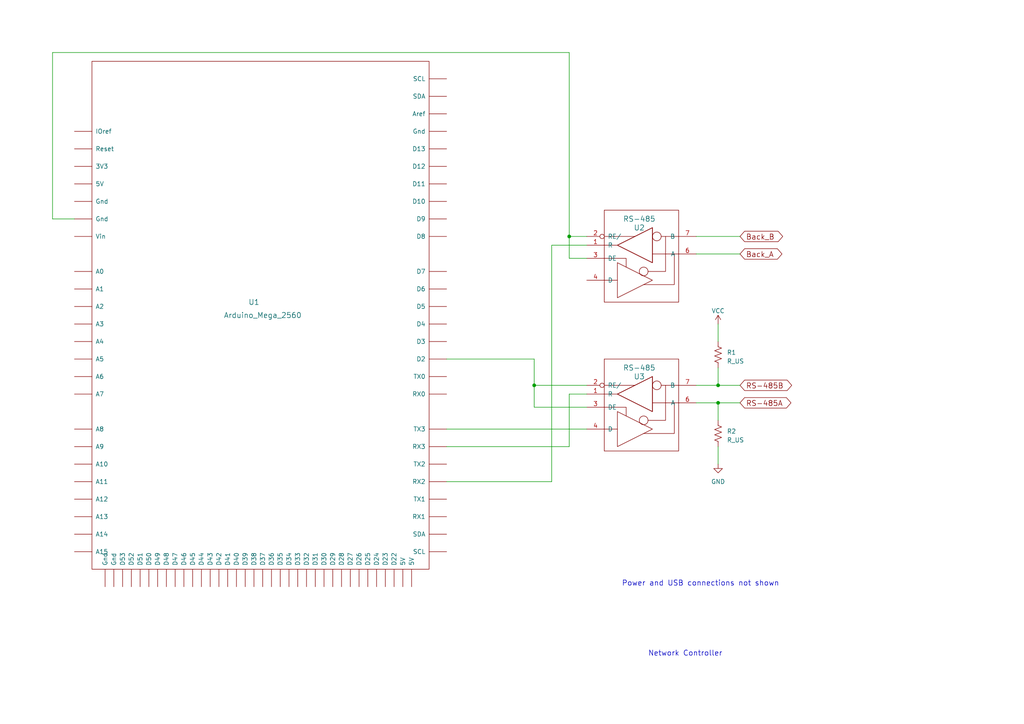
<source format=kicad_sch>
(kicad_sch (version 20230121) (generator eeschema)
  (paper "A4")
  (title_block (company "Modest Consulting") (comment 1 "by Brent Seidel"))
  (lib_symbols
    (symbol "Device:R_US" (pin_numbers hide) (pin_names (offset 0))
      (property "Reference" "R" (at 2.54 0 90))
      (property "Value" "R_US" (at -2.54 0 90))
      (symbol "R_US_0_1"
        (polyline (pts (xy 0 -2.286) (xy 0 -2.54)))
        (polyline (pts (xy 0 2.286) (xy 0 2.54)))
        (polyline (pts (xy 0 -0.762) (xy 1.016 -1.143) (xy 0 -1.524) (xy -1.016 -1.905) (xy 0 -2.286)))
        (polyline (pts (xy 0 0.762) (xy 1.016 0.381) (xy 0 0) (xy -1.016 -0.381) (xy 0 -0.762)))
        (polyline (pts (xy 0 2.286) (xy 1.016 1.905) (xy 0 1.524) (xy -1.016 1.143) (xy 0 0.762)))
      )
      (symbol "R_US_1_1"
        (pin passive line (at 0 3.81 270) (length 1.27) (name "~") (number "1"))
        (pin passive line (at 0 -3.81 90) (length 1.27) (name "~") (number "2"))
      )
    )
    (symbol "PartsLibrary:Arduino_Mega_2560" (pin_names (offset 1.016))
      (property "Reference" "U" (at 0 29.21 0))
      (property "Value" "Arduino_Mega_2560" (at 2.54 25.4 0))
      (symbol "Arduino_Mega_2560_0_1"
        (rectangle (start 50.8 99.06) (end -46.99 -48.26))
      )
      (symbol "Arduino_Mega_2560_1_1"
        (pin input line (at -52.07 68.58 0) (length 5.08) (name "3V3") (number "~"))
        (pin input line (at -52.07 63.5 0) (length 5.08) (name "5V") (number "~"))
        (pin input line (at 43.18 -53.34 90) (length 5.08) (name "5V") (number "~"))
        (pin input line (at 45.72 -53.34 90) (length 5.08) (name "5V") (number "~"))
        (pin input line (at -52.07 38.1 0) (length 5.08) (name "A0") (number "~"))
        (pin input line (at -52.07 33.02 0) (length 5.08) (name "A1") (number "~"))
        (pin input line (at -52.07 -17.78 0) (length 5.08) (name "A10") (number "~"))
        (pin input line (at -52.07 -22.86 0) (length 5.08) (name "A11") (number "~"))
        (pin input line (at -52.07 -27.94 0) (length 5.08) (name "A12") (number "~"))
        (pin input line (at -52.07 -33.02 0) (length 5.08) (name "A13") (number "~"))
        (pin input line (at -52.07 -38.1 0) (length 5.08) (name "A14") (number "~"))
        (pin input line (at -52.07 -43.18 0) (length 5.08) (name "A15") (number "~"))
        (pin input line (at -52.07 27.94 0) (length 5.08) (name "A2") (number "~"))
        (pin input line (at -52.07 22.86 0) (length 5.08) (name "A3") (number "~"))
        (pin input line (at -52.07 17.78 0) (length 5.08) (name "A4") (number "~"))
        (pin input line (at -52.07 12.7 0) (length 5.08) (name "A5") (number "~"))
        (pin input line (at -52.07 7.62 0) (length 5.08) (name "A6") (number "~"))
        (pin input line (at -52.07 2.54 0) (length 5.08) (name "A7") (number "~"))
        (pin input line (at -52.07 -7.62 0) (length 5.08) (name "A8") (number "~"))
        (pin input line (at -52.07 -12.7 0) (length 5.08) (name "A9") (number "~"))
        (pin input line (at 55.88 83.82 180) (length 5.08) (name "Aref") (number "~"))
        (pin input line (at 55.88 58.42 180) (length 5.08) (name "D10") (number "~"))
        (pin input line (at 55.88 63.5 180) (length 5.08) (name "D11") (number "~"))
        (pin input line (at 55.88 68.58 180) (length 5.08) (name "D12") (number "~"))
        (pin input line (at 55.88 73.66 180) (length 5.08) (name "D13") (number "~"))
        (pin input line (at 55.88 12.7 180) (length 5.08) (name "D2") (number "~"))
        (pin input line (at 40.64 -53.34 90) (length 5.08) (name "D22") (number "~"))
        (pin input line (at 38.1 -53.34 90) (length 5.08) (name "D23") (number "~"))
        (pin input line (at 35.56 -53.34 90) (length 5.08) (name "D24") (number "~"))
        (pin input line (at 33.02 -53.34 90) (length 5.08) (name "D25") (number "~"))
        (pin input line (at 30.48 -53.34 90) (length 5.08) (name "D26") (number "~"))
        (pin input line (at 27.94 -53.34 90) (length 5.08) (name "D27") (number "~"))
        (pin input line (at 25.4 -53.34 90) (length 5.08) (name "D28") (number "~"))
        (pin input line (at 22.86 -53.34 90) (length 5.08) (name "D29") (number "~"))
        (pin input line (at 55.88 17.78 180) (length 5.08) (name "D3") (number "~"))
        (pin input line (at 20.32 -53.34 90) (length 5.08) (name "D30") (number "~"))
        (pin input line (at 17.78 -53.34 90) (length 5.08) (name "D31") (number "~"))
        (pin input line (at 15.24 -53.34 90) (length 5.08) (name "D32") (number "~"))
        (pin input line (at 12.7 -53.34 90) (length 5.08) (name "D33") (number "~"))
        (pin input line (at 10.16 -53.34 90) (length 5.08) (name "D34") (number "~"))
        (pin input line (at 7.62 -53.34 90) (length 5.08) (name "D35") (number "~"))
        (pin input line (at 5.08 -53.34 90) (length 5.08) (name "D36") (number "~"))
        (pin input line (at 2.54 -53.34 90) (length 5.08) (name "D37") (number "~"))
        (pin input line (at 0 -53.34 90) (length 5.08) (name "D38") (number "~"))
        (pin input line (at -2.54 -53.34 90) (length 5.08) (name "D39") (number "~"))
        (pin input line (at 55.88 22.86 180) (length 5.08) (name "D4") (number "~"))
        (pin input line (at -5.08 -53.34 90) (length 5.08) (name "D40") (number "~"))
        (pin input line (at -7.62 -53.34 90) (length 5.08) (name "D41") (number "~"))
        (pin input line (at -10.16 -53.34 90) (length 5.08) (name "D42") (number "~"))
        (pin input line (at -12.7 -53.34 90) (length 5.08) (name "D43") (number "~"))
        (pin input line (at -15.24 -53.34 90) (length 5.08) (name "D44") (number "~"))
        (pin input line (at -17.78 -53.34 90) (length 5.08) (name "D45") (number "~"))
        (pin input line (at -20.32 -53.34 90) (length 5.08) (name "D46") (number "~"))
        (pin input line (at -22.86 -53.34 90) (length 5.08) (name "D47") (number "~"))
        (pin input line (at -25.4 -53.34 90) (length 5.08) (name "D48") (number "~"))
        (pin input line (at -27.94 -53.34 90) (length 5.08) (name "D49") (number "~"))
        (pin input line (at 55.88 27.94 180) (length 5.08) (name "D5") (number "~"))
        (pin input line (at -30.48 -53.34 90) (length 5.08) (name "D50") (number "~"))
        (pin input line (at -33.02 -53.34 90) (length 5.08) (name "D51") (number "~"))
        (pin input line (at -35.56 -53.34 90) (length 5.08) (name "D52") (number "~"))
        (pin input line (at -38.1 -53.34 90) (length 5.08) (name "D53") (number "~"))
        (pin input line (at 55.88 33.02 180) (length 5.08) (name "D6") (number "~"))
        (pin input line (at 55.88 38.1 180) (length 5.08) (name "D7") (number "~"))
        (pin input line (at 55.88 48.26 180) (length 5.08) (name "D8") (number "~"))
        (pin input line (at 55.88 53.34 180) (length 5.08) (name "D9") (number "~"))
        (pin input line (at -52.07 53.34 0) (length 5.08) (name "Gnd") (number "~"))
        (pin input line (at -52.07 58.42 0) (length 5.08) (name "Gnd") (number "~"))
        (pin input line (at -43.18 -53.34 90) (length 5.08) (name "Gnd") (number "~"))
        (pin input line (at -40.64 -53.34 90) (length 5.08) (name "Gnd") (number "~"))
        (pin input line (at 55.88 78.74 180) (length 5.08) (name "Gnd") (number "~"))
        (pin input line (at -52.07 78.74 0) (length 5.08) (name "IOref") (number "~"))
        (pin input line (at 55.88 2.54 180) (length 5.08) (name "RX0") (number "~"))
        (pin input line (at 55.88 -33.02 180) (length 5.08) (name "RX1") (number "~"))
        (pin input line (at 55.88 -22.86 180) (length 5.08) (name "RX2") (number "~"))
        (pin input line (at 55.88 -12.7 180) (length 5.08) (name "RX3") (number "~"))
        (pin input line (at -52.07 73.66 0) (length 5.08) (name "Reset") (number "~"))
        (pin input line (at 55.88 -43.18 180) (length 5.08) (name "SCL") (number "~"))
        (pin input line (at 55.88 93.98 180) (length 5.08) (name "SCL") (number "~"))
        (pin input line (at 55.88 -38.1 180) (length 5.08) (name "SDA") (number "~"))
        (pin input line (at 55.88 88.9 180) (length 5.08) (name "SDA") (number "~"))
        (pin input line (at 55.88 7.62 180) (length 5.08) (name "TX0") (number "~"))
        (pin input line (at 55.88 -27.94 180) (length 5.08) (name "TX1") (number "~"))
        (pin input line (at 55.88 -17.78 180) (length 5.08) (name "TX2") (number "~"))
        (pin input line (at 55.88 -7.62 180) (length 5.08) (name "TX3") (number "~"))
        (pin input line (at -52.07 48.26 0) (length 5.08) (name "Vin") (number "~"))
      )
    )
    (symbol "PartsLibrary:RS-485" (pin_names (offset 1.016))
      (property "Reference" "U" (at 0 -2.54 0))
      (property "Value" "RS-485" (at 0 0 0))
      (symbol "RS-485_0_1"
        (rectangle (start -10.16 2.54) (end 11.43 -24.13))
        (polyline (pts (xy -10.16 -17.78) (xy -6.35 -17.78)))
        (polyline (pts (xy -10.16 -7.62) (xy -6.35 -7.62)))
        (polyline (pts (xy -10.16 -5.08) (xy -1.27 -5.08)))
        (polyline (pts (xy 11.43 -10.16) (xy 3.81 -10.16)))
        (polyline (pts (xy 11.43 -5.08) (xy 6.35 -5.08)))
        (polyline (pts (xy -10.16 -11.43) (xy -3.81 -11.43) (xy -3.81 -13.97)))
        (polyline (pts (xy 1.27 -19.05) (xy 10.16 -19.05) (xy 10.16 -10.16)))
        (polyline (pts (xy 2.54 -15.24) (xy 7.62 -15.24) (xy 7.62 -5.08)))
        (polyline (pts (xy -6.35 -12.7) (xy 3.81 -17.78) (xy -6.35 -22.86) (xy -6.35 -12.7)))
        (polyline (pts (xy 3.81 -2.54) (xy 3.81 -12.7) (xy -6.35 -7.62) (xy 3.81 -2.54)))
        (polyline (pts (xy 3.81 -2.54) (xy 3.81 -12.7) (xy -6.35 -7.62) (xy 3.81 -2.54)))
        (circle (center 1.27 -15.24) (radius 1.27))
        (circle (center 5.08 -5.08) (radius 1.27))
      )
      (symbol "RS-485_1_1"
        (pin input line (at -15.24 -7.62 0) (length 5.08) (name "R") (number "1"))
        (pin input inverted (at -15.24 -5.08 0) (length 5.08) (name "RE/") (number "2"))
        (pin input line (at -15.24 -11.43 0) (length 5.08) (name "DE") (number "3"))
        (pin input line (at -15.24 -17.78 0) (length 5.08) (name "D") (number "4"))
        (pin input line (at 16.51 -10.16 180) (length 5.08) (name "A") (number "6"))
        (pin bidirectional line (at 16.51 -5.08 180) (length 5.08) (name "B") (number "7"))
      )
    )
    (symbol "power:GND" (power) (pin_names (offset 0))
      (property "Value" "GND" (at 0 -3.81 0))
      (symbol "GND_0_1"
        (polyline (pts (xy 0 0) (xy 0 -1.27) (xy 1.27 -1.27) (xy 0 -2.54) (xy -1.27 -1.27) (xy 0 -1.27)))
      )
      (symbol "GND_1_1"
        (pin power_in line (at 0 0 270) (length 0) hide (name "GND") (number "1"))
      )
    )
    (symbol "power:VCC" (power) (pin_names (offset 0))
      (property "Value" "VCC" (at 0 3.81 0))
      (symbol "VCC_0_1"
        (polyline (pts (xy -0.762 1.27) (xy 0 2.54)))
        (polyline (pts (xy 0 0) (xy 0 2.54)))
        (polyline (pts (xy 0 2.54) (xy 0.762 1.27)))
      )
      (symbol "VCC_1_1"
        (pin power_in line (at 0 0 90) (length 0) hide (name "VCC") (number "1"))
      )
    )
  )
  (junction (at 208.28 116.84))
  (junction (at 208.28 111.76))
  (junction (at 154.94 111.76))
  (junction (at 165.1 68.58))
  (wire (pts (xy 165.1 74.93) (xy 170.18 74.93)))
  (wire (pts (xy 170.18 71.12) (xy 160.02 71.12)))
  (wire (pts (xy 170.18 111.76) (xy 154.94 111.76)))
  (wire (pts (xy 154.94 104.14) (xy 154.94 111.76)))
  (wire (pts (xy 165.1 68.58) (xy 165.1 74.93)))
  (wire (pts (xy 208.28 129.54) (xy 208.28 134.62)))
  (wire (pts (xy 208.28 106.68) (xy 208.28 111.76)))
  (wire (pts (xy 154.94 104.14) (xy 129.54 104.14)))
  (wire (pts (xy 208.28 121.92) (xy 208.28 116.84)))
  (wire (pts (xy 15.24 15.24) (xy 165.1 15.24)))
  (wire (pts (xy 160.02 71.12) (xy 160.02 139.7)))
  (wire (pts (xy 15.24 63.5) (xy 15.24 15.24)))
  (wire (pts (xy 165.1 114.3) (xy 165.1 129.54)))
  (wire (pts (xy 201.93 116.84) (xy 208.28 116.84)))
  (wire (pts (xy 201.93 111.76) (xy 208.28 111.76)))
  (wire (pts (xy 201.93 73.66) (xy 214.63 73.66)))
  (wire (pts (xy 160.02 139.7) (xy 129.54 139.7)))
  (wire (pts (xy 170.18 114.3) (xy 165.1 114.3)))
  (wire (pts (xy 208.28 116.84) (xy 214.63 116.84)))
  (wire (pts (xy 154.94 111.76) (xy 154.94 118.11)))
  (wire (pts (xy 129.54 124.46) (xy 170.18 124.46)))
  (wire (pts (xy 165.1 68.58) (xy 170.18 68.58)))
  (wire (pts (xy 154.94 118.11) (xy 170.18 118.11)))
  (wire (pts (xy 165.1 129.54) (xy 129.54 129.54)))
  (wire (pts (xy 165.1 15.24) (xy 165.1 68.58)))
  (wire (pts (xy 21.59 63.5) (xy 15.24 63.5)))
  (wire (pts (xy 208.28 111.76) (xy 214.63 111.76)))
  (wire (pts (xy 208.28 93.98) (xy 208.28 99.06)))
  (wire (pts (xy 201.93 68.58) (xy 214.63 68.58)))
  (text "Power and USB connections not shown" (at 180.34 170.18 0) (effects (font (size 1.524 1.524)) (justify left bottom)))
  (text "Network Controller" (at 187.96 190.5 0) (effects (font (size 1.524 1.524)) (justify left bottom)))
  (global_label "RS-485A" (shape bidirectional) (at 214.63 116.84 0) (effects (font (size 1.524 1.524))) (property "Intersheetrefs" "${INTERSHEET_REFS}" (effects hide)))
  (global_label "Back_B" (shape bidirectional) (at 214.63 68.58 0) (effects (font (size 1.524 1.524))) (property "Intersheetrefs" "${INTERSHEET_REFS}" (effects hide)))
  (global_label "Back_A" (shape bidirectional) (at 214.63 73.66 0) (effects (font (size 1.524 1.524))) (property "Intersheetrefs" "${INTERSHEET_REFS}" (effects hide)))
  (global_label "RS-485B" (shape bidirectional) (at 214.63 111.76 0) (effects (font (size 1.524 1.524))) (property "Intersheetrefs" "${INTERSHEET_REFS}" (effects hide)))
  (symbol (lib_id "PartsLibrary:Arduino_Mega_2560") (at 73.66 116.84 0) (unit 1)
    (property "Reference" "U1" (at 73.66 87.63 0) (effects (font (size 1.524 1.524))))
    (property "Value" "Arduino_Mega_2560" (at 76.2 91.44 0) (effects (font (size 1.524 1.524))))
  )
  (symbol (lib_id "PartsLibrary:RS-485") (at 185.42 63.5 0) (unit 1)
    (property "Reference" "U2" (at 185.42 66.04 0) (effects (font (size 1.524 1.524))))
    (property "Value" "RS-485" (at 185.42 63.5 0) (effects (font (size 1.524 1.524))))
  )
  (symbol (lib_id "PartsLibrary:RS-485") (at 185.42 106.68 0) (unit 1)
    (property "Reference" "U3" (at 185.42 109.22 0) (effects (font (size 1.524 1.524))))
    (property "Value" "RS-485" (at 185.42 106.68 0) (effects (font (size 1.524 1.524))))
  )
  (symbol (lib_id "Device:R_US") (at 208.28 125.73 0) (unit 1)
    (property "Reference" "R2" (at 210.82 125.095 0) (effects (justify left)))
    (property "Value" "R_US" (at 210.82 127.635 0) (effects (justify left)))
  )
  (symbol (lib_id "power:VCC") (at 208.28 93.98 0) (unit 1)
    (property "Reference" "#PWR01" (effects hide))
    (property "Value" "VCC" (at 208.28 90.17 0))
  )
  (symbol (lib_id "power:GND") (at 208.28 134.62 0) (unit 1)
    (property "Reference" "#PWR02" (effects hide))
    (property "Value" "GND" (at 208.28 139.7 0))
  )
  (symbol (lib_id "Device:R_US") (at 208.28 102.87 0) (unit 1)
    (property "Reference" "R1" (at 210.82 102.235 0) (effects (justify left)))
    (property "Value" "R_US" (at 210.82 104.775 0) (effects (justify left)))
  )
)
</source>
